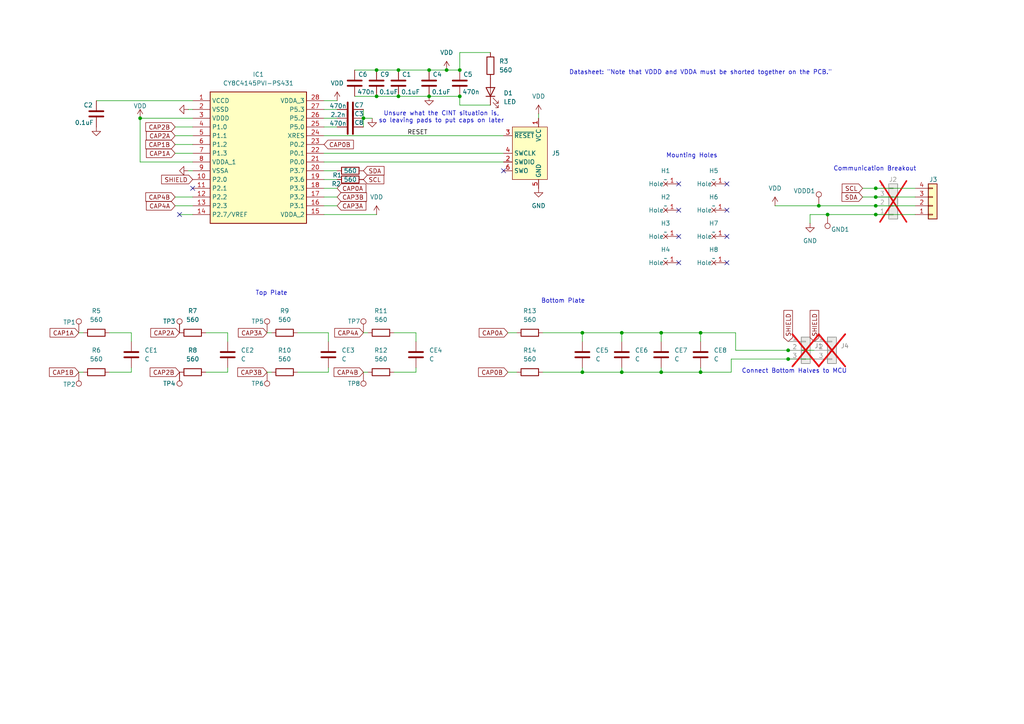
<source format=kicad_sch>
(kicad_sch (version 20250114) (generator "eeschema") (generator_version "9.0")
  (paper "A4")
  (lib_symbols
    (symbol "CY8C4145PVI-PS431:CY8C4145PVI-PS431"
      (property "Reference" "IC" (at 34.29 7.62 0))
      (property "Value" "CY8C4145PVI-PS431" (at 34.29 5.08 0))
      (symbol "CY8C4145PVI-PS431_1_1"
        (rectangle (start 5.08 2.54) (end 33.02 -35.56) (stroke (width 0.254)) (fill (type background)))
        (pin passive line (at 0 0 0) (length 5.08) (name "VCCD") (number "1"))
        (pin passive line (at 0 -2.54 0) (length 5.08) (name "VSSD") (number "2"))
        (pin passive line (at 0 -5.08 0) (length 5.08) (name "VDDD") (number "3"))
        (pin passive line (at 0 -7.62 0) (length 5.08) (name "P1.0") (number "4"))
        (pin passive line (at 0 -10.16 0) (length 5.08) (name "P1.1") (number "5"))
        (pin passive line (at 0 -12.7 0) (length 5.08) (name "P1.2") (number "6"))
        (pin passive line (at 0 -15.24 0) (length 5.08) (name "P1.3") (number "7"))
        (pin passive line (at 0 -17.78 0) (length 5.08) (name "VDDA_1") (number "8"))
        (pin passive line (at 0 -20.32 0) (length 5.08) (name "VSSA") (number "9"))
        (pin passive line (at 0 -22.86 0) (length 5.08) (name "P2.0") (number "10"))
        (pin passive line (at 0 -25.4 0) (length 5.08) (name "P2.1") (number "11"))
        (pin passive line (at 0 -27.94 0) (length 5.08) (name "P2.2") (number "12"))
        (pin passive line (at 0 -30.48 0) (length 5.08) (name "P2.3") (number "13"))
        (pin passive line (at 0 -33.02 0) (length 5.08) (name "P2.7/VREF") (number "14"))
        (pin passive line (at 38.1 0 180) (length 5.08) (name "VDDA_3") (number "28"))
        (pin passive line (at 38.1 -2.54 180) (length 5.08) (name "P5.3") (number "27"))
        (pin passive line (at 38.1 -5.08 180) (length 5.08) (name "P5.2") (number "26"))
        (pin passive line (at 38.1 -7.62 180) (length 5.08) (name "P5.0") (number "25"))
        (pin passive line (at 38.1 -10.16 180) (length 5.08) (name "XRES") (number "24"))
        (pin passive line (at 38.1 -12.7 180) (length 5.08) (name "P0.2") (number "23"))
        (pin passive line (at 38.1 -15.24 180) (length 5.08) (name "P0.1") (number "22"))
        (pin passive line (at 38.1 -17.78 180) (length 5.08) (name "P0.0") (number "21"))
        (pin passive line (at 38.1 -20.32 180) (length 5.08) (name "P3.7") (number "20"))
        (pin passive line (at 38.1 -22.86 180) (length 5.08) (name "P3.6") (number "19"))
        (pin passive line (at 38.1 -25.4 180) (length 5.08) (name "P3.3") (number "18"))
        (pin passive line (at 38.1 -27.94 180) (length 5.08) (name "P3.2") (number "17"))
        (pin passive line (at 38.1 -30.48 180) (length 5.08) (name "P3.1") (number "16"))
        (pin passive line (at 38.1 -33.02 180) (length 5.08) (name "VDDA_2") (number "15"))
      )
    )
    (symbol "Connector:Conn_ARM_SWD_TagConnect_TC2030-NL" (in_bom no)
      (property "Reference" "J" (at 2.54 11.43 0))
      (property "Value" "Conn_ARM_SWD_TagConnect_TC2030-NL" (at 2.54 8.89 0))
      (symbol "Conn_ARM_SWD_TagConnect_TC2030-NL_0_0"
        (pin power_in line (at -2.54 10.16 270) (length 2.54) (name "VCC") (number "1"))
        (pin power_in line (at -2.54 -10.16 90) (length 2.54) (name "GND") (number "5"))
        (pin open_collector line (at 7.62 5.08 180) (length 2.54) (name "~{RESET}") (number "3"))
        (pin output line (at 7.62 0 180) (length 2.54) (name "SWCLK") (number "4"))
        (pin bidirectional line (at 7.62 -2.54 180) (length 2.54) (name "SWDIO") (number "2"))
        (pin input line (at 7.62 -5.08 180) (length 2.54) (name "SWO") (number "6"))
      )
      (symbol "Conn_ARM_SWD_TagConnect_TC2030-NL_0_1"
        (rectangle (start -5.08 7.62) (end 5.08 -7.62) (fill (type background)))
      )
    )
    (symbol "Connector:TestPoint" (pin_numbers (hide yes)) (pin_names (offset 0.762) (hide yes))
      (property "Reference" "TP" (at 0 6.858 0))
      (property "Value" "TestPoint" (at 0 5.08 0))
      (symbol "TestPoint_0_1"
        (circle (center 0 3.302) (radius 0.762))
      )
      (symbol "TestPoint_1_1"
        (pin passive line (at 0 0 90) (length 2.54) (name "1") (number "1"))
      )
    )
    (symbol "Connector_Generic:Conn_01x03" (pin_names (offset 1.016) (hide yes))
      (property "Reference" "J" (at 0 5.08 0))
      (property "Value" "Conn_01x03" (at 0 -5.08 0))
      (symbol "Conn_01x03_1_1"
        (rectangle (start -1.27 3.81) (end 1.27 -3.81) (stroke (width 0.254)) (fill (type background)))
        (rectangle (start -1.27 2.667) (end 0 2.413) (stroke (width 0.1524)))
        (rectangle (start -1.27 0.127) (end 0 -0.127) (stroke (width 0.1524)))
        (rectangle (start -1.27 -2.413) (end 0 -2.667) (stroke (width 0.1524)))
        (pin passive line (at -5.08 2.54 0) (length 3.81) (name "Pin_1") (number "1"))
        (pin passive line (at -5.08 0 0) (length 3.81) (name "Pin_2") (number "2"))
        (pin passive line (at -5.08 -2.54 0) (length 3.81) (name "Pin_3") (number "3"))
      )
    )
    (symbol "Connector_Generic:Conn_01x04" (pin_names (offset 1.016) (hide yes))
      (property "Reference" "J" (at 0 5.08 0))
      (property "Value" "Conn_01x04" (at 0 -7.62 0))
      (symbol "Conn_01x04_1_1"
        (rectangle (start -1.27 3.81) (end 1.27 -6.35) (stroke (width 0.254)) (fill (type background)))
        (rectangle (start -1.27 2.667) (end 0 2.413) (stroke (width 0.1524)))
        (rectangle (start -1.27 0.127) (end 0 -0.127) (stroke (width 0.1524)))
        (rectangle (start -1.27 -2.413) (end 0 -2.667) (stroke (width 0.1524)))
        (rectangle (start -1.27 -4.953) (end 0 -5.207) (stroke (width 0.1524)))
        (pin passive line (at -5.08 2.54 0) (length 3.81) (name "Pin_1") (number "1"))
        (pin passive line (at -5.08 0 0) (length 3.81) (name "Pin_2") (number "2"))
        (pin passive line (at -5.08 -2.54 0) (length 3.81) (name "Pin_3") (number "3"))
        (pin passive line (at -5.08 -5.08 0) (length 3.81) (name "Pin_4") (number "4"))
      )
    )
    (symbol "Device:C" (pin_numbers (hide yes)) (pin_names (offset 0.254))
      (property "Reference" "C" (at 0.635 2.54 0))
      (property "Value" "C" (at 0.635 -2.54 0))
      (symbol "C_0_1"
        (polyline (pts (xy -2.032 0.762) (xy 2.032 0.762)) (stroke (width 0.508)))
        (polyline (pts (xy -2.032 -0.762) (xy 2.032 -0.762)) (stroke (width 0.508)))
      )
      (symbol "C_1_1"
        (pin passive line (at 0 3.81 270) (length 2.794) (name "~") (number "1"))
        (pin passive line (at 0 -3.81 90) (length 2.794) (name "~") (number "2"))
      )
    )
    (symbol "Device:LED" (pin_numbers (hide yes)) (pin_names (offset 1.016) (hide yes))
      (property "Reference" "D" (at 0 2.54 0))
      (property "Value" "LED" (at 0 -2.54 0))
      (symbol "LED_0_1"
        (polyline (pts (xy -3.048 -0.762) (xy -4.572 -2.286) (xy -3.81 -2.286) (xy -4.572 -2.286) (xy -4.572 -1.524)))
        (polyline (pts (xy -1.778 -0.762) (xy -3.302 -2.286) (xy -2.54 -2.286) (xy -3.302 -2.286) (xy -3.302 -1.524)))
        (polyline (pts (xy -1.27 0) (xy 1.27 0)))
        (polyline (pts (xy -1.27 -1.27) (xy -1.27 1.27)) (stroke (width 0.254)))
        (polyline (pts (xy 1.27 -1.27) (xy 1.27 1.27) (xy -1.27 0) (xy 1.27 -1.27)) (stroke (width 0.254)))
      )
      (symbol "LED_1_1"
        (pin passive line (at -3.81 0 0) (length 2.54) (name "K") (number "1"))
        (pin passive line (at 3.81 0 180) (length 2.54) (name "A") (number "2"))
      )
    )
    (symbol "Device:R" (pin_numbers (hide yes)) (pin_names (offset 0))
      (property "Reference" "R" (at 2.032 0 90))
      (property "Value" "R" (at 0 0 90))
      (symbol "R_0_1"
        (rectangle (start -1.016 -2.54) (end 1.016 2.54) (stroke (width 0.254)))
      )
      (symbol "R_1_1"
        (pin passive line (at 0 3.81 270) (length 1.27) (name "~") (number "1"))
        (pin passive line (at 0 -3.81 90) (length 1.27) (name "~") (number "2"))
      )
    )
    (symbol "ECE445L:C" (pin_numbers (hide yes)) (pin_names (offset 0.254))
      (property "Reference" "C" (at 0.635 2.54 0))
      (property "Value" "C" (at 0.635 -2.54 0))
      (symbol "C_0_1"
        (polyline (pts (xy -2.032 0.762) (xy 2.032 0.762)) (stroke (width 0.508)))
        (polyline (pts (xy -2.032 -0.762) (xy 2.032 -0.762)) (stroke (width 0.508)))
      )
      (symbol "C_1_1"
        (pin passive line (at 0 3.81 270) (length 2.794) (name "~") (number "1"))
        (pin passive line (at 0 -3.81 90) (length 2.794) (name "~") (number "2"))
      )
    )
    (symbol "ECE445L:MountingHole"
      (property "Reference" "H" (at 0 0 0))
      (symbol "MountingHole_1_1"
        (pin power_in non_logic (at 0 0 180) (length 3.81) (name "Hole") (number "1"))
      )
    )
    (symbol "power:GND" (power) (pin_numbers (hide yes)) (pin_names (offset 0) (hide yes))
      (property "Value" "GND" (at 0 -3.81 0))
      (symbol "GND_0_1"
        (polyline (pts (xy 0 0) (xy 0 -1.27) (xy 1.27 -1.27) (xy 0 -2.54) (xy -1.27 -1.27) (xy 0 -1.27)))
      )
      (symbol "GND_1_1"
        (pin power_in line (at 0 0 270) (length 0) (name "~") (number "1"))
      )
    )
    (symbol "power:VDD" (power) (pin_numbers (hide yes)) (pin_names (offset 0) (hide yes))
      (property "Value" "VDD" (at 0 3.556 0))
      (symbol "VDD_0_1"
        (polyline (pts (xy -0.762 1.27) (xy 0 2.54)))
        (polyline (pts (xy 0 2.54) (xy 0.762 1.27)))
        (polyline (pts (xy 0 0) (xy 0 2.54)))
      )
      (symbol "VDD_1_1"
        (pin power_in line (at 0 0 90) (length 0) (name "~") (number "1"))
      )
    )
  )
  (text "Datasheet: \"Note that VDDD and VDDA must be shorted together on the PCB.\"" (at 203.2 21.082 0) (effects (font (size 1.27 1.27))))
  (text "Top Plate" (at 78.74 85.09 0) (effects (font (size 1.27 1.27))))
  (text "Mounting Holes" (at 200.66 45.212 0) (effects (font (size 1.27 1.27))))
  (text "Unsure what the CINT situation is,\nso leaving pads to put caps on later" (at 128.016 34.036 0) (effects (font (size 1.27 1.27))))
  (text "Bottom Plate" (at 163.322 87.376 0) (effects (font (size 1.27 1.27))))
  (text "Communication Breakout\n" (at 253.746 49.022 0) (effects (font (size 1.27 1.27))))
  (text "Connect Bottom Halves to MCU\n" (at 230.378 107.696 0) (effects (font (size 1.27 1.27))))
  (junction (at 168.91 107.95))
  (junction (at 254 57.15))
  (junction (at 180.34 96.52))
  (junction (at 191.77 96.52))
  (junction (at 168.91 96.52))
  (junction (at 203.2 107.95))
  (junction (at 40.64 34.29))
  (junction (at 191.77 107.95))
  (junction (at 109.22 20.32))
  (junction (at 105.41 34.29))
  (junction (at 254 62.23))
  (junction (at 254 54.61))
  (junction (at 115.57 27.94))
  (junction (at 129.54 20.32))
  (junction (at 228.6 104.14))
  (junction (at 203.2 96.52))
  (junction (at 124.46 20.32))
  (junction (at 133.35 20.32))
  (junction (at 240.03 62.23))
  (junction (at 124.46 27.94))
  (junction (at 254 59.69))
  (junction (at 228.6 101.6))
  (junction (at 133.35 27.94))
  (junction (at 237.49 59.69))
  (junction (at 109.22 27.94))
  (junction (at 180.34 107.95))
  (junction (at 115.57 20.32))
  (no_connect (at 210.82 53.34))
  (no_connect (at 196.85 76.2))
  (no_connect (at 210.82 68.58))
  (no_connect (at 210.82 76.2))
  (no_connect (at 196.85 68.58))
  (no_connect (at 52.07 62.23))
  (no_connect (at 55.88 54.61))
  (no_connect (at 196.85 53.34))
  (no_connect (at 146.05 49.53))
  (no_connect (at 196.85 60.96))
  (no_connect (at 210.82 60.96))
  (wire (pts (xy 228.6 104.14) (xy 236.22 104.14)))
  (wire (pts (xy 66.04 96.52) (xy 66.04 99.06)))
  (wire (pts (xy 237.49 59.69) (xy 254 59.69)))
  (wire (pts (xy 24.13 96.52) (xy 22.86 96.52)))
  (wire (pts (xy 212.09 104.14) (xy 212.09 107.95)))
  (wire (pts (xy 254 59.69) (xy 265.43 59.69)))
  (wire (pts (xy 93.98 31.75) (xy 97.79 31.75)))
  (wire (pts (xy 213.36 101.6) (xy 213.36 96.52)))
  (wire (pts (xy 105.41 96.52) (xy 106.68 96.52)))
  (wire (pts (xy 93.98 62.23) (xy 109.22 62.23)))
  (wire (pts (xy 254 54.61) (xy 265.43 54.61)))
  (wire (pts (xy 106.68 107.95) (xy 105.41 107.95)))
  (wire (pts (xy 50.8 59.69) (xy 55.88 59.69)))
  (wire (pts (xy 133.35 30.48) (xy 133.35 27.94)))
  (wire (pts (xy 59.69 107.95) (xy 66.04 107.95)))
  (wire (pts (xy 228.6 101.6) (xy 236.22 101.6)))
  (wire (pts (xy 86.36 96.52) (xy 95.25 96.52)))
  (wire (pts (xy 93.98 59.69) (xy 97.79 59.69)))
  (wire (pts (xy 180.34 106.68) (xy 180.34 107.95)))
  (wire (pts (xy 86.36 107.95) (xy 95.25 107.95)))
  (wire (pts (xy 120.65 96.52) (xy 120.65 99.06)))
  (wire (pts (xy 142.24 15.24) (xy 133.35 15.24)))
  (wire (pts (xy 54.61 49.53) (xy 55.88 49.53)))
  (wire (pts (xy 93.98 34.29) (xy 97.79 34.29)))
  (wire (pts (xy 114.3 107.95) (xy 120.65 107.95)))
  (wire (pts (xy 40.64 34.29) (xy 55.88 34.29)))
  (wire (pts (xy 93.98 39.37) (xy 146.05 39.37)))
  (wire (pts (xy 191.77 107.95) (xy 203.2 107.95)))
  (wire (pts (xy 22.86 107.95) (xy 24.13 107.95)))
  (wire (pts (xy 129.54 20.32) (xy 133.35 20.32)))
  (wire (pts (xy 40.64 34.29) (xy 40.64 46.99)))
  (wire (pts (xy 38.1 107.95) (xy 38.1 106.68)))
  (wire (pts (xy 93.98 29.21) (xy 97.79 29.21)))
  (wire (pts (xy 93.98 44.45) (xy 146.05 44.45)))
  (wire (pts (xy 54.61 31.75) (xy 55.88 31.75)))
  (wire (pts (xy 115.57 20.32) (xy 124.46 20.32)))
  (wire (pts (xy 212.09 104.14) (xy 228.6 104.14)))
  (wire (pts (xy 168.91 107.95) (xy 168.91 106.68)))
  (wire (pts (xy 77.47 96.52) (xy 78.74 96.52)))
  (wire (pts (xy 250.19 57.15) (xy 254 57.15)))
  (wire (pts (xy 191.77 96.52) (xy 203.2 96.52)))
  (wire (pts (xy 234.95 62.23) (xy 240.03 62.23)))
  (wire (pts (xy 95.25 107.95) (xy 95.25 106.68)))
  (wire (pts (xy 203.2 96.52) (xy 203.2 99.06)))
  (wire (pts (xy 50.8 39.37) (xy 55.88 39.37)))
  (wire (pts (xy 156.21 33.02) (xy 156.21 34.29)))
  (wire (pts (xy 93.98 46.99) (xy 146.05 46.99)))
  (wire (pts (xy 52.07 62.23) (xy 55.88 62.23)))
  (wire (pts (xy 93.98 52.07) (xy 97.79 52.07)))
  (wire (pts (xy 129.54 20.32) (xy 124.46 20.32)))
  (wire (pts (xy 224.79 59.69) (xy 237.49 59.69)))
  (wire (pts (xy 147.32 96.52) (xy 149.86 96.52)))
  (wire (pts (xy 93.98 57.15) (xy 97.79 57.15)))
  (wire (pts (xy 240.03 62.23) (xy 254 62.23)))
  (wire (pts (xy 234.95 62.23) (xy 234.95 64.77)))
  (wire (pts (xy 133.35 15.24) (xy 133.35 20.32)))
  (wire (pts (xy 168.91 107.95) (xy 180.34 107.95)))
  (wire (pts (xy 180.34 96.52) (xy 191.77 96.52)))
  (wire (pts (xy 31.75 96.52) (xy 38.1 96.52)))
  (wire (pts (xy 142.24 30.48) (xy 133.35 30.48)))
  (wire (pts (xy 180.34 107.95) (xy 191.77 107.95)))
  (wire (pts (xy 168.91 96.52) (xy 180.34 96.52)))
  (wire (pts (xy 212.09 107.95) (xy 203.2 107.95)))
  (wire (pts (xy 157.48 96.52) (xy 168.91 96.52)))
  (wire (pts (xy 50.8 41.91) (xy 55.88 41.91)))
  (wire (pts (xy 147.32 107.95) (xy 149.86 107.95)))
  (wire (pts (xy 115.57 27.94) (xy 124.46 27.94)))
  (wire (pts (xy 114.3 96.52) (xy 120.65 96.52)))
  (wire (pts (xy 180.34 96.52) (xy 180.34 99.06)))
  (wire (pts (xy 120.65 107.95) (xy 120.65 106.68)))
  (wire (pts (xy 38.1 96.52) (xy 38.1 99.06)))
  (wire (pts (xy 105.41 34.29) (xy 105.41 36.83)))
  (wire (pts (xy 157.48 107.95) (xy 168.91 107.95)))
  (wire (pts (xy 250.19 54.61) (xy 254 54.61)))
  (wire (pts (xy 191.77 106.68) (xy 191.77 107.95)))
  (wire (pts (xy 254 57.15) (xy 265.43 57.15)))
  (wire (pts (xy 102.87 20.32) (xy 109.22 20.32)))
  (wire (pts (xy 59.69 96.52) (xy 66.04 96.52)))
  (wire (pts (xy 93.98 54.61) (xy 97.79 54.61)))
  (wire (pts (xy 95.25 96.52) (xy 95.25 99.06)))
  (wire (pts (xy 203.2 107.95) (xy 203.2 106.68)))
  (wire (pts (xy 105.41 34.29) (xy 107.95 34.29)))
  (wire (pts (xy 102.87 27.94) (xy 109.22 27.94)))
  (wire (pts (xy 50.8 57.15) (xy 55.88 57.15)))
  (wire (pts (xy 97.79 36.83) (xy 93.98 36.83)))
  (wire (pts (xy 213.36 101.6) (xy 228.6 101.6)))
  (wire (pts (xy 66.04 107.95) (xy 66.04 106.68)))
  (wire (pts (xy 93.98 49.53) (xy 97.79 49.53)))
  (wire (pts (xy 27.94 29.21) (xy 55.88 29.21)))
  (wire (pts (xy 77.47 107.95) (xy 78.74 107.95)))
  (wire (pts (xy 168.91 96.52) (xy 168.91 99.06)))
  (wire (pts (xy 191.77 96.52) (xy 191.77 99.06)))
  (wire (pts (xy 109.22 20.32) (xy 115.57 20.32)))
  (wire (pts (xy 109.22 27.94) (xy 115.57 27.94)))
  (wire (pts (xy 124.46 27.94) (xy 133.35 27.94)))
  (wire (pts (xy 254 62.23) (xy 265.43 62.23)))
  (wire (pts (xy 105.41 31.75) (xy 105.41 34.29)))
  (wire (pts (xy 31.75 107.95) (xy 38.1 107.95)))
  (wire (pts (xy 40.64 46.99) (xy 55.88 46.99)))
  (wire (pts (xy 213.36 96.52) (xy 203.2 96.52)))
  (wire (pts (xy 50.8 44.45) (xy 55.88 44.45)))
  (wire (pts (xy 50.8 36.83) (xy 55.88 36.83)))
  (label "RESET" (at 118.11 39.37 0))
  (global_label "CAP0B" (shape input) (at 93.98 41.91 0) (property "Intersheetrefs" "${INTERSHEET_REFS}" (effects (hide yes))))
  (global_label "CAP2A" (shape input) (at 52.07 96.52 180) (property "Intersheetrefs" "${INTERSHEET_REFS}" (effects (hide yes))))
  (global_label "CAP1B" (shape input) (at 50.8 41.91 180) (property "Intersheetrefs" "${INTERSHEET_REFS}" (effects (hide yes))))
  (global_label "CAP3B" (shape input) (at 77.47 107.95 180) (property "Intersheetrefs" "${INTERSHEET_REFS}" (effects (hide yes))))
  (global_label "CAP4A" (shape input) (at 105.41 96.52 180) (property "Intersheetrefs" "${INTERSHEET_REFS}" (effects (hide yes))))
  (global_label "CAP0B" (shape input) (at 147.32 107.95 180) (property "Intersheetrefs" "${INTERSHEET_REFS}" (effects (hide yes))))
  (global_label "CAP4A" (shape input) (at 50.8 59.69 180) (property "Intersheetrefs" "${INTERSHEET_REFS}" (effects (hide yes))))
  (global_label "CAP2B" (shape input) (at 52.07 107.95 180) (property "Intersheetrefs" "${INTERSHEET_REFS}" (effects (hide yes))))
  (global_label "SDA" (shape input) (at 105.41 49.53 0) (property "Intersheetrefs" "${INTERSHEET_REFS}" (effects (hide yes))))
  (global_label "SDA" (shape input) (at 250.19 57.15 180) (property "Intersheetrefs" "${INTERSHEET_REFS}" (effects (hide yes))))
  (global_label "SHIELD" (shape input) (at 228.6 99.06 90) (property "Intersheetrefs" "${INTERSHEET_REFS}" (effects (hide yes))))
  (global_label "SCL" (shape input) (at 105.41 52.07 0) (property "Intersheetrefs" "${INTERSHEET_REFS}" (effects (hide yes))))
  (global_label "CAP1B" (shape input) (at 22.86 107.95 180) (property "Intersheetrefs" "${INTERSHEET_REFS}" (effects (hide yes))))
  (global_label "SHIELD" (shape input) (at 55.88 52.07 180) (property "Intersheetrefs" "${INTERSHEET_REFS}" (effects (hide yes))))
  (global_label "CAP1A" (shape input) (at 22.86 96.52 180) (property "Intersheetrefs" "${INTERSHEET_REFS}" (effects (hide yes))))
  (global_label "CAP0A" (shape input) (at 97.79 54.61 0) (property "Intersheetrefs" "${INTERSHEET_REFS}" (effects (hide yes))))
  (global_label "CAP4B" (shape input) (at 50.8 57.15 180) (property "Intersheetrefs" "${INTERSHEET_REFS}" (effects (hide yes))))
  (global_label "CAP2A" (shape input) (at 50.8 39.37 180) (property "Intersheetrefs" "${INTERSHEET_REFS}" (effects (hide yes))))
  (global_label "CAP3A" (shape input) (at 97.79 59.69 0) (property "Intersheetrefs" "${INTERSHEET_REFS}" (effects (hide yes))))
  (global_label "CAP1A" (shape input) (at 50.8 44.45 180) (property "Intersheetrefs" "${INTERSHEET_REFS}" (effects (hide yes))))
  (global_label "CAP3A" (shape input) (at 77.47 96.52 180) (property "Intersheetrefs" "${INTERSHEET_REFS}" (effects (hide yes))))
  (global_label "SCL" (shape input) (at 250.19 54.61 180) (property "Intersheetrefs" "${INTERSHEET_REFS}" (effects (hide yes))))
  (global_label "CAP3B" (shape input) (at 97.79 57.15 0) (property "Intersheetrefs" "${INTERSHEET_REFS}" (effects (hide yes))))
  (global_label "CAP2B" (shape input) (at 50.8 36.83 180) (property "Intersheetrefs" "${INTERSHEET_REFS}" (effects (hide yes))))
  (global_label "CAP0A" (shape input) (at 147.32 96.52 180) (property "Intersheetrefs" "${INTERSHEET_REFS}" (effects (hide yes))))
  (global_label "SHIELD" (shape input) (at 236.22 99.06 90) (property "Intersheetrefs" "${INTERSHEET_REFS}" (effects (hide yes))))
  (global_label "CAP4B" (shape input) (at 105.41 107.95 180) (property "Intersheetrefs" "${INTERSHEET_REFS}" (effects (hide yes))))
  (symbol (lib_id "Connector:TestPoint") (at 22.86 107.95 180) (unit 1)
    (property "Reference" "TP2" (at 18.288 111.506 0) (effects (justify right)))
    (property "Value" "TestPoint" (effects (hide yes)))
    (property "Footprint" "TestPoint:TestPoint_THTPad_D1.0mm_Drill0.5mm" (effects (hide yes)))
    (property "Description" "test point" (effects (hide yes)))
  )
  (symbol (lib_id "Device:C") (at 101.6 31.75 90) (unit 1)
    (property "Reference" "C7" (at 104.14 30.48 90))
    (property "Value" "470n" (at 98.044 30.734 90))
    (property "Footprint" "Capacitor_SMD:C_0603_1608Metric_Pad1.08x0.95mm_HandSolder" (effects (hide yes)))
    (property "Description" "Unpolarized capacitor" (effects (hide yes)))
  )
  (symbol (lib_id "Device:R") (at 101.6 49.53 90) (unit 1)
    (property "Reference" "R1" (at 97.79 50.8 90))
    (property "Value" "560" (at 101.6 49.53 90))
    (property "Footprint" "Resistor_SMD:R_0603_1608Metric_Pad0.98x0.95mm_HandSolder" (effects (hide yes)))
    (property "Description" "Resistor" (effects (hide yes)))
  )
  (symbol (lib_id "ECE445L:C") (at 38.1 102.87 0) (unit 1)
    (property "Reference" "CE1" (at 41.91 101.5999 0) (effects (justify left)))
    (property "Value" "C" (at 41.91 104.1399 0) (effects (justify left)))
    (property "Footprint" "ECE382N:07W_02S_52D_COIL_BACK" (effects (hide yes)))
    (property "Description" "Unpolarized capacitor" (effects (hide yes)))
  )
  (symbol (lib_id "power:VDD") (at 129.54 20.32 0) (unit 1)
    (property "Reference" "#PWR05" (effects (hide yes)))
    (property "Value" "VDD" (at 129.54 15.24 0))
    (property "Description" "Power symbol creates a global label with name \"VDD\"" (effects (hide yes)))
  )
  (symbol (lib_id "ECE445L:C") (at 115.57 24.13 0) (unit 1)
    (property "Reference" "C1" (at 116.586 21.59 0) (effects (justify left)))
    (property "Value" "0.1uF" (at 116.332 26.67 0) (effects (justify left)))
    (property "Footprint" "Capacitor_SMD:C_0603_1608Metric_Pad1.08x0.95mm_HandSolder" (effects (hide yes)))
    (property "Description" "Unpolarized capacitor" (effects (hide yes)))
  )
  (symbol (lib_id "Connector:TestPoint") (at 240.03 62.23 180) (unit 1)
    (property "Reference" "GND1" (at 241.046 66.548 0) (effects (justify right)))
    (property "Value" "TestPoint" (effects (hide yes)))
    (property "Footprint" "TestPoint:TestPoint_THTPad_D1.0mm_Drill0.5mm" (effects (hide yes)))
    (property "Description" "test point" (effects (hide yes)))
  )
  (symbol (lib_id "power:GND") (at 27.94 36.83 0) (unit 1)
    (property "Reference" "#PWR0109" (effects (hide yes)))
    (property "Value" "GND" (effects (hide yes)))
    (property "Description" "Power symbol creates a global label with name \"GND\" , ground" (effects (hide yes)))
  )
  (symbol (lib_id "Connector:TestPoint") (at 52.07 107.95 180) (unit 1)
    (property "Reference" "TP4" (at 47.244 111.252 0) (effects (justify right)))
    (property "Value" "TestPoint" (effects (hide yes)))
    (property "Footprint" "TestPoint:TestPoint_THTPad_D1.0mm_Drill0.5mm" (effects (hide yes)))
    (property "Description" "test point" (effects (hide yes)))
  )
  (symbol (lib_id "Device:R") (at 27.94 107.95 90) (unit 1)
    (property "Reference" "R6" (at 27.94 101.6 90))
    (property "Value" "560" (at 27.94 104.14 90))
    (property "Footprint" "Resistor_SMD:R_0603_1608Metric_Pad0.98x0.95mm_HandSolder" (effects (hide yes)))
    (property "Description" "Resistor" (effects (hide yes)))
  )
  (symbol (lib_id "ECE445L:MountingHole") (at 196.85 68.58 0) (unit 1)
    (property "Reference" "H3" (at 193.04 64.77 0))
    (property "Value" "~" (at 193.04 67.31 0))
    (property "Footprint" "MountingHole:MountingHole_3.2mm_M3_Pad" (effects (hide yes)))
    (property "Description" "Drill hole for 4-40 screw" (effects (hide yes)))
  )
  (symbol (lib_id "Device:R") (at 110.49 107.95 90) (unit 1)
    (property "Reference" "R12" (at 110.49 101.6 90))
    (property "Value" "560" (at 110.49 104.14 90))
    (property "Footprint" "Resistor_SMD:R_0603_1608Metric_Pad0.98x0.95mm_HandSolder" (effects (hide yes)))
    (property "Description" "Resistor" (effects (hide yes)))
  )
  (symbol (lib_id "ECE445L:C") (at 191.77 102.87 0) (unit 1)
    (property "Reference" "CE7" (at 195.58 101.5999 0) (effects (justify left)))
    (property "Value" "C" (at 195.58 104.1399 0) (effects (justify left)))
    (property "Footprint" "ECE382N:07W_02S_52D_COIL_FRONT" (effects (hide yes)))
    (property "Description" "Unpolarized capacitor" (effects (hide yes)))
  )
  (symbol (lib_id "power:GND") (at 54.61 31.75 270) (unit 1)
    (property "Reference" "#PWR0110" (effects (hide yes)))
    (property "Value" "GND" (effects (hide yes)))
    (property "Description" "Power symbol creates a global label with name \"GND\" , ground" (effects (hide yes)))
  )
  (symbol (lib_id "Device:C") (at 101.6 34.29 90) (unit 1)
    (property "Reference" "C3" (at 104.14 33.02 90))
    (property "Value" "2.2n" (at 98.044 33.274 90))
    (property "Footprint" "Capacitor_SMD:C_0603_1608Metric_Pad1.08x0.95mm_HandSolder" (effects (hide yes)))
    (property "Description" "Unpolarized capacitor" (effects (hide yes)))
  )
  (symbol (lib_id "ECE445L:C") (at 133.35 24.13 0) (unit 1)
    (property "Reference" "C5" (at 134.366 21.59 0) (effects (justify left)))
    (property "Value" "470n" (at 134.112 26.67 0) (effects (justify left)))
    (property "Footprint" "Capacitor_SMD:C_0603_1608Metric_Pad1.08x0.95mm_HandSolder" (effects (hide yes)))
    (property "Description" "Unpolarized capacitor" (effects (hide yes)))
  )
  (symbol (lib_id "power:VDD") (at 224.79 59.69 0) (unit 1)
    (property "Reference" "#PWR01" (effects (hide yes)))
    (property "Value" "VDD" (at 224.79 54.61 0))
    (property "Description" "Power symbol creates a global label with name \"VDD\"" (effects (hide yes)))
  )
  (symbol (lib_id "power:VDD") (at 156.21 33.02 0) (unit 1)
    (property "Reference" "#PWR06" (effects (hide yes)))
    (property "Value" "VDD" (at 156.21 27.94 0))
    (property "Description" "Power symbol creates a global label with name \"VDD\"" (effects (hide yes)))
  )
  (symbol (lib_id "Connector:TestPoint") (at 77.47 96.52 0) (unit 1)
    (property "Reference" "TP5" (at 72.898 93.218 0) (effects (justify left)))
    (property "Value" "TestPoint" (effects (hide yes)))
    (property "Footprint" "TestPoint:TestPoint_THTPad_D1.0mm_Drill0.5mm" (effects (hide yes)))
    (property "Description" "test point" (effects (hide yes)))
  )
  (symbol (lib_id "Device:R") (at 82.55 107.95 90) (unit 1)
    (property "Reference" "R10" (at 82.55 101.6 90))
    (property "Value" "560" (at 82.55 104.14 90))
    (property "Footprint" "Resistor_SMD:R_0603_1608Metric_Pad0.98x0.95mm_HandSolder" (effects (hide yes)))
    (property "Description" "Resistor" (effects (hide yes)))
  )
  (symbol (lib_id "power:VDD") (at 97.79 29.21 0) (unit 1)
    (property "Reference" "#PWR03" (effects (hide yes)))
    (property "Value" "VDD" (at 97.79 24.13 0))
    (property "Description" "Power symbol creates a global label with name \"VDD\"" (effects (hide yes)))
  )
  (symbol (lib_id "power:GND") (at 107.95 34.29 0) (unit 1)
    (property "Reference" "#PWR0120" (effects (hide yes)))
    (property "Value" "GND" (effects (hide yes)))
    (property "Description" "Power symbol creates a global label with name \"GND\" , ground" (effects (hide yes)))
  )
  (symbol (lib_id "Connector_Generic:Conn_01x03") (at 233.68 101.6 0) (unit 1) (dnp yes)
    (property "Reference" "J1" (at 236.22 100.3299 0) (effects (justify left)))
    (property "Value" "Conn_01x03" (effects (hide yes)))
    (property "Footprint" "Connector_PinHeader_2.00mm:PinHeader_1x03_P2.00mm_Vertical" (effects (hide yes)))
    (property "Description" "Generic connector, single row, 01x03, script generated (kicad-library-utils/schlib/autogen/connector/)" (effects (hide yes)))
  )
  (symbol (lib_id "Connector:Conn_ARM_SWD_TagConnect_TC2030-NL") (at 153.67 44.45 0) (mirror y) (unit 1) (in_bom no)
    (property "Reference" "J5" (at 160.02 44.4499 0) (effects (justify right)))
    (property "Value" "Conn_ARM_SWD_TagConnect_TC2030-NL" (effects (hide yes)))
    (property "Footprint" "Connector:Tag-Connect_TC2030-IDC-NL_2x03_P1.27mm_Vertical" (effects (hide yes)))
    (property "Datasheet" "https://www.tag-connect.com/wp-content/uploads/bsk-pdf-manager/TC2030-CTX_1.pdf" (effects (hide yes)))
    (property "Description" "Tag-Connect ARM Cortex SWD JTAG connector, 6 pin, no legs" (effects (hide yes)))
  )
  (symbol (lib_id "ECE445L:C") (at 180.34 102.87 0) (unit 1)
    (property "Reference" "CE6" (at 184.15 101.5999 0) (effects (justify left)))
    (property "Value" "C" (at 184.15 104.1399 0) (effects (justify left)))
    (property "Footprint" "ECE382N:07W_02S_52D_COIL_FRONT" (effects (hide yes)))
    (property "Description" "Unpolarized capacitor" (effects (hide yes)))
  )
  (symbol (lib_id "ECE445L:C") (at 203.2 102.87 0) (unit 1)
    (property "Reference" "CE8" (at 207.01 101.5999 0) (effects (justify left)))
    (property "Value" "C" (at 207.01 104.1399 0) (effects (justify left)))
    (property "Footprint" "ECE382N:07W_02S_52D_COIL_FRONT" (effects (hide yes)))
    (property "Description" "Unpolarized capacitor" (effects (hide yes)))
  )
  (symbol (lib_id "power:VDD") (at 109.22 62.23 0) (unit 1)
    (property "Reference" "#PWR04" (effects (hide yes)))
    (property "Value" "VDD" (at 109.22 57.15 0))
    (property "Description" "Power symbol creates a global label with name \"VDD\"" (effects (hide yes)))
  )
  (symbol (lib_id "Connector:TestPoint") (at 52.07 96.52 0) (unit 1)
    (property "Reference" "TP3" (at 47.244 93.218 0) (effects (justify left)))
    (property "Value" "TestPoint" (effects (hide yes)))
    (property "Footprint" "TestPoint:TestPoint_THTPad_D1.0mm_Drill0.5mm" (effects (hide yes)))
    (property "Description" "test point" (effects (hide yes)))
  )
  (symbol (lib_id "ECE445L:MountingHole") (at 210.82 53.34 0) (unit 1)
    (property "Reference" "H5" (at 207.01 49.53 0))
    (property "Value" "~" (at 207.01 52.07 0))
    (property "Footprint" "MountingHole:MountingHole_3.2mm_M3_Pad" (effects (hide yes)))
    (property "Description" "Drill hole for 4-40 screw" (effects (hide yes)))
  )
  (symbol (lib_id "Connector:TestPoint") (at 105.41 107.95 180) (unit 1)
    (property "Reference" "TP8" (at 100.838 111.252 0) (effects (justify right)))
    (property "Value" "TestPoint" (effects (hide yes)))
    (property "Footprint" "TestPoint:TestPoint_THTPad_D1.0mm_Drill0.5mm" (effects (hide yes)))
    (property "Description" "test point" (effects (hide yes)))
  )
  (symbol (lib_id "power:GND") (at 54.61 49.53 270) (unit 1)
    (property "Reference" "#PWR0111" (effects (hide yes)))
    (property "Value" "GND" (effects (hide yes)))
    (property "Description" "Power symbol creates a global label with name \"GND\" , ground" (effects (hide yes)))
  )
  (symbol (lib_id "ECE445L:C") (at 124.46 24.13 0) (unit 1)
    (property "Reference" "C4" (at 125.476 21.59 0) (effects (justify left)))
    (property "Value" "0.1uF" (at 125.222 26.67 0) (effects (justify left)))
    (property "Footprint" "Capacitor_SMD:C_0603_1608Metric_Pad1.08x0.95mm_HandSolder" (effects (hide yes)))
    (property "Description" "Unpolarized capacitor" (effects (hide yes)))
  )
  (symbol (lib_id "Connector:TestPoint") (at 105.41 96.52 0) (unit 1)
    (property "Reference" "TP7" (at 100.838 93.218 0) (effects (justify left)))
    (property "Value" "TestPoint" (effects (hide yes)))
    (property "Footprint" "TestPoint:TestPoint_THTPad_D1.0mm_Drill0.5mm" (effects (hide yes)))
    (property "Description" "test point" (effects (hide yes)))
  )
  (symbol (lib_id "Device:LED") (at 142.24 26.67 90) (unit 1)
    (property "Reference" "D1" (at 146.05 26.9874 90) (effects (justify right)))
    (property "Value" "LED" (at 146.05 29.5274 90) (effects (justify right)))
    (property "Footprint" "LED_SMD:LED_0603_1608Metric" (effects (hide yes)))
    (property "Description" "Light emitting diode" (effects (hide yes)))
    (property "Sim.Pins" "1=K 2=A" (effects (hide yes)))
  )
  (symbol (lib_id "Connector:TestPoint") (at 77.47 107.95 180) (unit 1)
    (property "Reference" "TP6" (at 72.898 111.252 0) (effects (justify right)))
    (property "Value" "TestPoint" (effects (hide yes)))
    (property "Footprint" "TestPoint:TestPoint_THTPad_D1.0mm_Drill0.5mm" (effects (hide yes)))
    (property "Description" "test point" (effects (hide yes)))
  )
  (symbol (lib_id "power:VDD") (at 40.64 34.29 0) (unit 1)
    (property "Reference" "#PWR02" (effects (hide yes)))
    (property "Value" "VDD" (at 40.64 30.734 0))
    (property "Description" "Power symbol creates a global label with name \"VDD\"" (effects (hide yes)))
  )
  (symbol (lib_id "ECE445L:MountingHole") (at 196.85 76.2 0) (unit 1)
    (property "Reference" "H4" (at 193.04 72.39 0))
    (property "Value" "~" (at 193.04 74.93 0))
    (property "Footprint" "MountingHole:MountingHole_3.2mm_M3_Pad" (effects (hide yes)))
    (property "Description" "Drill hole for 4-40 screw" (effects (hide yes)))
  )
  (symbol (lib_id "Device:R") (at 153.67 107.95 90) (unit 1)
    (property "Reference" "R14" (at 153.67 101.6 90))
    (property "Value" "560" (at 153.67 104.14 90))
    (property "Footprint" "Resistor_SMD:R_0603_1608Metric_Pad0.98x0.95mm_HandSolder" (effects (hide yes)))
    (property "Description" "Resistor" (effects (hide yes)))
  )
  (symbol (lib_id "ECE445L:MountingHole") (at 210.82 68.58 0) (unit 1)
    (property "Reference" "H7" (at 207.01 64.77 0))
    (property "Value" "~" (at 207.01 67.31 0))
    (property "Footprint" "MountingHole:MountingHole_3.2mm_M3_Pad" (effects (hide yes)))
    (property "Description" "Drill hole for 4-40 screw" (effects (hide yes)))
  )
  (symbol (lib_id "Connector_Generic:Conn_01x04") (at 259.08 59.69 0) (mirror x) (unit 1) (dnp yes)
    (property "Reference" "J2" (at 257.81 52.07 0) (effects (justify left)))
    (property "Value" "Conn_01x04" (effects (hide yes)))
    (property "Footprint" "Connector_PinHeader_1.27mm:PinHeader_1x04_P1.27mm_Vertical" (effects (hide yes)))
    (property "Description" "Generic connector, single row, 01x04, script generated (kicad-library-utils/schlib/autogen/connector/)" (effects (hide yes)))
  )
  (symbol (lib_id "Device:R") (at 142.24 19.05 0) (unit 1)
    (property "Reference" "R3" (at 144.78 17.7799 0) (effects (justify left)))
    (property "Value" "560" (at 144.78 20.3199 0) (effects (justify left)))
    (property "Footprint" "Resistor_SMD:R_0603_1608Metric_Pad0.98x0.95mm_HandSolder" (effects (hide yes)))
    (property "Description" "Resistor" (effects (hide yes)))
  )
  (symbol (lib_id "Device:R") (at 55.88 107.95 90) (unit 1)
    (property "Reference" "R8" (at 55.88 101.6 90))
    (property "Value" "560" (at 55.88 104.14 90))
    (property "Footprint" "Resistor_SMD:R_0603_1608Metric_Pad0.98x0.95mm_HandSolder" (effects (hide yes)))
    (property "Description" "Resistor" (effects (hide yes)))
  )
  (symbol (lib_id "Connector_Generic:Conn_01x03") (at 241.3 101.6 0) (unit 1) (dnp yes)
    (property "Reference" "J4" (at 243.84 100.3299 0) (effects (justify left)))
    (property "Value" "Conn_01x03" (effects (hide yes)))
    (property "Footprint" "Connector_PinHeader_2.00mm:PinHeader_1x03_P2.00mm_Vertical" (effects (hide yes)))
    (property "Description" "Generic connector, single row, 01x03, script generated (kicad-library-utils/schlib/autogen/connector/)" (effects (hide yes)))
  )
  (symbol (lib_id "ECE445L:MountingHole") (at 210.82 76.2 0) (unit 1)
    (property "Reference" "H8" (at 207.01 72.39 0))
    (property "Value" "~" (at 207.01 74.93 0))
    (property "Footprint" "MountingHole:MountingHole_3.2mm_M3_Pad" (effects (hide yes)))
    (property "Description" "Drill hole for 4-40 screw" (effects (hide yes)))
  )
  (symbol (lib_id "ECE445L:C") (at 102.87 24.13 0) (unit 1)
    (property "Reference" "C6" (at 103.886 21.59 0) (effects (justify left)))
    (property "Value" "470n" (at 103.632 26.67 0) (effects (justify left)))
    (property "Footprint" "Capacitor_SMD:C_0603_1608Metric_Pad1.08x0.95mm_HandSolder" (effects (hide yes)))
    (property "Description" "Unpolarized capacitor" (effects (hide yes)))
  )
  (symbol (lib_id "Connector:TestPoint") (at 22.86 96.52 0) (unit 1)
    (property "Reference" "TP1" (at 18.288 93.472 0) (effects (justify left)))
    (property "Value" "TestPoint" (effects (hide yes)))
    (property "Footprint" "TestPoint:TestPoint_THTPad_D1.0mm_Drill0.5mm" (effects (hide yes)))
    (property "Description" "test point" (effects (hide yes)))
  )
  (symbol (lib_id "power:GND") (at 156.21 54.61 0) (unit 1)
    (property "Reference" "#PWR0117" (effects (hide yes)))
    (property "Value" "GND" (at 156.21 59.69 0))
    (property "Description" "Power symbol creates a global label with name \"GND\" , ground" (effects (hide yes)))
  )
  (symbol (lib_id "ECE445L:C") (at 120.65 102.87 0) (unit 1)
    (property "Reference" "CE4" (at 124.46 101.5999 0) (effects (justify left)))
    (property "Value" "C" (at 124.46 104.1399 0) (effects (justify left)))
    (property "Footprint" "ECE382N:07W_02S_52D_COIL_BACK" (effects (hide yes)))
    (property "Description" "Unpolarized capacitor" (effects (hide yes)))
  )
  (symbol (lib_id "Device:R") (at 82.55 96.52 90) (unit 1)
    (property "Reference" "R9" (at 82.55 90.17 90))
    (property "Value" "560" (at 82.55 92.71 90))
    (property "Footprint" "Resistor_SMD:R_0603_1608Metric_Pad0.98x0.95mm_HandSolder" (effects (hide yes)))
    (property "Description" "Resistor" (effects (hide yes)))
  )
  (symbol (lib_id "ECE445L:MountingHole") (at 196.85 60.96 0) (unit 1)
    (property "Reference" "H2" (at 193.04 57.15 0))
    (property "Value" "~" (at 193.04 59.69 0))
    (property "Footprint" "MountingHole:MountingHole_3.2mm_M3_Pad" (effects (hide yes)))
    (property "Description" "Drill hole for 4-40 screw" (effects (hide yes)))
  )
  (symbol (lib_id "ECE445L:MountingHole") (at 210.82 60.96 0) (unit 1)
    (property "Reference" "H6" (at 207.01 57.15 0))
    (property "Value" "~" (at 207.01 59.69 0))
    (property "Footprint" "MountingHole:MountingHole_3.2mm_M3_Pad" (effects (hide yes)))
    (property "Description" "Drill hole for 4-40 screw" (effects (hide yes)))
  )
  (symbol (lib_id "Device:R") (at 153.67 96.52 90) (unit 1)
    (property "Reference" "R13" (at 153.67 90.17 90))
    (property "Value" "560" (at 153.67 92.71 90))
    (property "Footprint" "Resistor_SMD:R_0603_1608Metric_Pad0.98x0.95mm_HandSolder" (effects (hide yes)))
    (property "Description" "Resistor" (effects (hide yes)))
  )
  (symbol (lib_id "ECE445L:C") (at 27.94 33.02 0) (mirror y) (unit 1)
    (property "Reference" "C2" (at 26.924 30.48 0) (effects (justify left)))
    (property "Value" "0.1uF" (at 27.178 35.56 0) (effects (justify left)))
    (property "Footprint" "Capacitor_SMD:C_0603_1608Metric_Pad1.08x0.95mm_HandSolder" (effects (hide yes)))
    (property "Description" "Unpolarized capacitor" (effects (hide yes)))
  )
  (symbol (lib_id "Device:R") (at 101.6 52.07 90) (unit 1)
    (property "Reference" "R2" (at 97.536 53.34 90))
    (property "Value" "560" (at 101.6 52.07 90))
    (property "Footprint" "Resistor_SMD:R_0603_1608Metric_Pad0.98x0.95mm_HandSolder" (effects (hide yes)))
    (property "Description" "Resistor" (effects (hide yes)))
  )
  (symbol (lib_id "ECE445L:MountingHole") (at 196.85 53.34 0) (unit 1)
    (property "Reference" "H1" (at 193.04 49.53 0))
    (property "Value" "~" (at 193.04 52.07 0))
    (property "Footprint" "MountingHole:MountingHole_3.2mm_M3_Pad" (effects (hide yes)))
    (property "Description" "Drill hole for 4-40 screw" (effects (hide yes)))
  )
  (symbol (lib_id "Connector_Generic:Conn_01x04") (at 270.51 59.69 0) (mirror x) (unit 1)
    (property "Reference" "J3" (at 269.494 52.07 0) (effects (justify left)))
    (property "Value" "Conn_01x04" (effects (hide yes)))
    (property "Footprint" "Connector_JST:JST_SH_SM04B-SRSS-TB_1x04-1MP_P1.00mm_Horizontal" (effects (hide yes)))
    (property "Description" "Generic connector, single row, 01x04, script generated (kicad-library-utils/schlib/autogen/connector/)" (effects (hide yes)))
  )
  (symbol (lib_id "ECE445L:C") (at 95.25 102.87 0) (unit 1)
    (property "Reference" "CE3" (at 99.06 101.5999 0) (effects (justify left)))
    (property "Value" "C" (at 99.06 104.1399 0) (effects (justify left)))
    (property "Footprint" "ECE382N:07W_02S_52D_COIL_BACK" (effects (hide yes)))
    (property "Description" "Unpolarized capacitor" (effects (hide yes)))
  )
  (symbol (lib_id "Device:R") (at 55.88 96.52 90) (unit 1)
    (property "Reference" "R7" (at 55.88 90.17 90))
    (property "Value" "560" (at 55.88 92.71 90))
    (property "Footprint" "Resistor_SMD:R_0603_1608Metric_Pad0.98x0.95mm_HandSolder" (effects (hide yes)))
    (property "Description" "Resistor" (effects (hide yes)))
  )
  (symbol (lib_id "Device:R") (at 110.49 96.52 90) (unit 1)
    (property "Reference" "R11" (at 110.49 90.17 90))
    (property "Value" "560" (at 110.49 92.71 90))
    (property "Footprint" "Resistor_SMD:R_0603_1608Metric_Pad0.98x0.95mm_HandSolder" (effects (hide yes)))
    (property "Description" "Resistor" (effects (hide yes)))
  )
  (symbol (lib_id "Connector:TestPoint") (at 237.49 59.69 0) (unit 1)
    (property "Reference" "VDDD1" (at 236.474 55.372 0) (effects (justify right)))
    (property "Value" "TestPoint" (effects (hide yes)))
    (property "Footprint" "TestPoint:TestPoint_THTPad_D1.0mm_Drill0.5mm" (effects (hide yes)))
    (property "Description" "test point" (effects (hide yes)))
  )
  (symbol (lib_id "power:GND") (at 124.46 27.94 0) (unit 1)
    (property "Reference" "#PWR0119" (effects (hide yes)))
    (property "Value" "GND" (effects (hide yes)))
    (property "Description" "Power symbol creates a global label with name \"GND\" , ground" (effects (hide yes)))
  )
  (symbol (lib_id "Device:C") (at 101.6 36.83 90) (unit 1)
    (property "Reference" "C8" (at 104.14 35.56 90))
    (property "Value" "470n" (at 98.044 35.814 90))
    (property "Footprint" "Capacitor_SMD:C_0603_1608Metric_Pad1.08x0.95mm_HandSolder" (effects (hide yes)))
    (property "Description" "Unpolarized capacitor" (effects (hide yes)))
  )
  (symbol (lib_id "ECE445L:C") (at 168.91 102.87 0) (unit 1)
    (property "Reference" "CE5" (at 172.72 101.5999 0) (effects (justify left)))
    (property "Value" "C" (at 172.72 104.1399 0) (effects (justify left)))
    (property "Footprint" "ECE382N:07W_02S_52D_COIL_FRONT" (effects (hide yes)))
    (property "Description" "Unpolarized capacitor" (effects (hide yes)))
  )
  (symbol (lib_id "Device:R") (at 27.94 96.52 90) (unit 1)
    (property "Reference" "R5" (at 27.94 90.17 90))
    (property "Value" "560" (at 27.94 92.71 90))
    (property "Footprint" "Resistor_SMD:R_0603_1608Metric_Pad0.98x0.95mm_HandSolder" (effects (hide yes)))
    (property "Description" "Resistor" (effects (hide yes)))
  )
  (symbol (lib_id "CY8C4145PVI-PS431:CY8C4145PVI-PS431") (at 55.88 29.21 0) (unit 1)
    (property "Reference" "IC1" (at 74.93 21.59 0))
    (property "Value" "CY8C4145PVI-PS431" (at 74.93 24.13 0))
    (property "Footprint" "ECE382N:SOP65P780X200-28N" (effects (hide yes)))
    (property "Datasheet" "https://www.infineon.com/dgdl/Infineon-PSOC_4_PSOC_4100PS_DATASHEET_PROGRAMMABLE_SYSTEM-ON-CHIP_(PSOC_)-DataSheet-v06_00-EN.pdf?fileId=8ac78c8c7d0d8da4017d0ee602426e07" (effects (hide yes)))
    (property "Description" "Cypress Semiconductor CY8C4145PVI-PS431, 32bit ARM Cortex M0 Microcontroller, PSoC4100, 48MHz, 32 kB Flash, 28-Pin SSOP" (effects (hide yes)))
    (property "Height" "2" (effects (hide yes)))
    (property "Manufacturer_Name" "Infineon" (effects (hide yes)))
    (property "Manufacturer_Part_Number" "CY8C4145PVI-PS431" (effects (hide yes)))
  )
  (symbol (lib_id "ECE445L:C") (at 66.04 102.87 0) (unit 1)
    (property "Reference" "CE2" (at 69.85 101.5999 0) (effects (justify left)))
    (property "Value" "C" (at 69.85 104.1399 0) (effects (justify left)))
    (property "Footprint" "ECE382N:07W_02S_52D_COIL_BACK" (effects (hide yes)))
    (property "Description" "Unpolarized capacitor" (effects (hide yes)))
  )
  (symbol (lib_id "power:GND") (at 234.95 64.77 0) (unit 1)
    (property "Reference" "#PWR0118" (effects (hide yes)))
    (property "Value" "GND" (at 234.95 69.85 0))
    (property "Description" "Power symbol creates a global label with name \"GND\" , ground" (effects (hide yes)))
  )
  (symbol (lib_id "ECE445L:C") (at 109.22 24.13 0) (unit 1)
    (property "Reference" "C9" (at 110.236 21.59 0) (effects (justify left)))
    (property "Value" "0.1uF" (at 109.982 26.67 0) (effects (justify left)))
    (property "Footprint" "Capacitor_SMD:C_0603_1608Metric_Pad1.08x0.95mm_HandSolder" (effects (hide yes)))
    (property "Description" "Unpolarized capacitor" (effects (hide yes)))
  )
)
</source>
